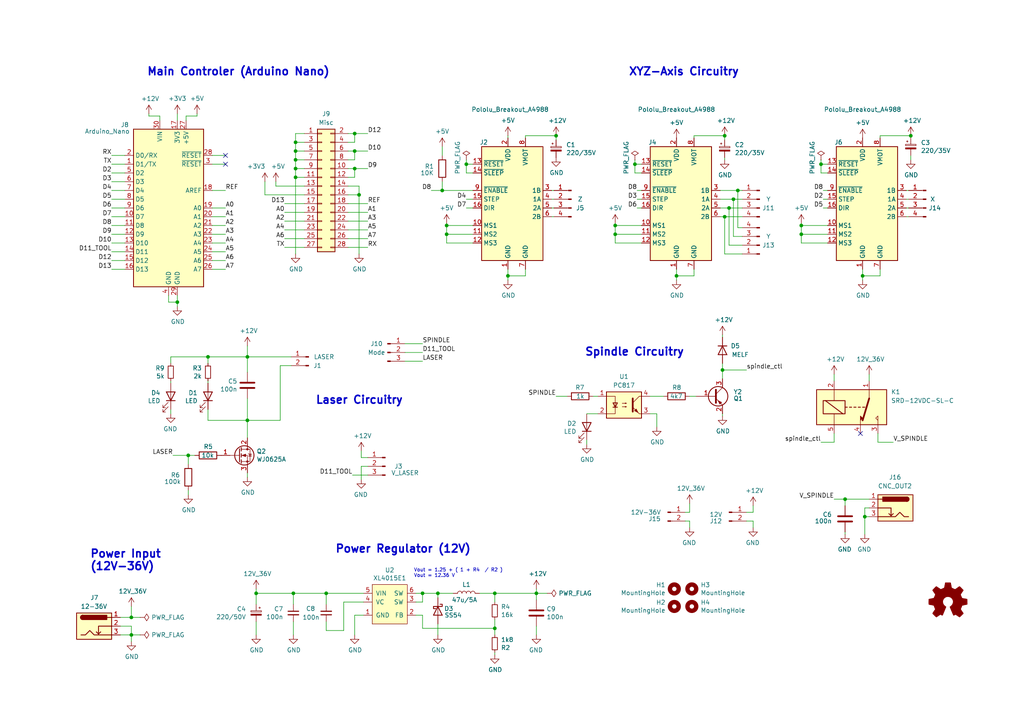
<source format=kicad_sch>
(kicad_sch (version 20230121) (generator eeschema)
  (paper "A4")
  (title_block (title "Developower") (date "2019-12-23") (rev "2.0"))
  (junction (at 250.19 80.01))
  (junction (at 264.16 39.37))
  (junction (at 104.14 56.515))
  (junction (at 143.51 182.245))
  (junction (at 196.215 80.01))
  (junction (at 212.725 57.785))
  (junction (at 245.11 144.78))
  (junction (at 155.575 172.085))
  (junction (at 85.725 48.895))
  (junction (at 210.185 39.37))
  (junction (at 60.325 103.505))
  (junction (at 184.15 47.625))
  (junction (at 102.87 43.815))
  (junction (at 85.09 172.085))
  (junction (at 102.87 48.895))
  (junction (at 38.1 179.07))
  (junction (at 250.825 149.86))
  (junction (at 211.455 60.325))
  (junction (at 232.41 65.405))
  (junction (at 209.55 107.315))
  (junction (at 38.1 184.15))
  (junction (at 238.125 47.625))
  (junction (at 232.41 67.945))
  (junction (at 71.755 121.92))
  (junction (at 122.555 172.085))
  (junction (at 54.61 132.08))
  (junction (at 74.295 172.085))
  (junction (at 85.725 41.275))
  (junction (at 210.185 62.865))
  (junction (at 178.435 65.405))
  (junction (at 147.32 80.01))
  (junction (at 128.27 55.245))
  (junction (at 94.615 172.085))
  (junction (at 213.995 55.245))
  (junction (at 129.54 67.945))
  (junction (at 161.29 39.37))
  (junction (at 127 172.085))
  (junction (at 143.51 172.085))
  (junction (at 178.435 67.945))
  (junction (at 71.755 103.505))
  (junction (at 85.725 43.815))
  (junction (at 102.87 38.735))
  (junction (at 129.54 65.405))
  (junction (at 135.255 47.625))
  (junction (at 85.725 51.435))
  (junction (at 85.725 46.355))
  (junction (at 51.435 87.63))
  (no_connect (at 249.555 125.73))
  (no_connect (at 65.405 45.085))
  (no_connect (at 65.405 47.625))
  (wire (pts (xy 61.595 75.565) (xy 65.405 75.565)))
  (wire (pts (xy 61.595 78.105) (xy 65.405 78.105)))
  (wire (pts (xy 88.265 69.215) (xy 82.55 69.215)))
  (wire (pts (xy 210.185 62.865) (xy 210.185 73.66)))
  (wire (pts (xy 94.615 182.88) (xy 99.695 182.88)))
  (wire (pts (xy 61.595 47.625) (xy 65.405 47.625)))
  (wire (pts (xy 71.755 121.92) (xy 81.28 121.92)))
  (wire (pts (xy 122.555 182.245) (xy 143.51 182.245)))
  (wire (pts (xy 102.87 178.435) (xy 102.87 184.15)))
  (wire (pts (xy 173.355 120.015) (xy 170.18 120.015)))
  (wire (pts (xy 74.295 172.085) (xy 85.09 172.085)))
  (wire (pts (xy 201.295 40.005) (xy 201.295 39.37)))
  (wire (pts (xy 127 173.355) (xy 127 172.085)))
  (wire (pts (xy 128.27 42.545) (xy 128.27 45.085)))
  (wire (pts (xy 262.89 60.325) (xy 263.525 60.325)))
  (wire (pts (xy 255.27 39.37) (xy 255.27 40.005)))
  (wire (pts (xy 254.635 128.27) (xy 254.635 125.73)))
  (wire (pts (xy 76.835 52.705) (xy 76.835 56.515)))
  (wire (pts (xy 155.575 173.99) (xy 155.575 172.085)))
  (wire (pts (xy 209.55 97.155) (xy 209.55 97.79)))
  (wire (pts (xy 32.385 62.865) (xy 36.195 62.865)))
  (wire (pts (xy 238.76 55.245) (xy 240.03 55.245)))
  (wire (pts (xy 184.15 47.625) (xy 186.055 47.625)))
  (wire (pts (xy 117.475 104.775) (xy 122.555 104.775)))
  (wire (pts (xy 196.215 80.01) (xy 196.215 81.28)))
  (wire (pts (xy 209.55 107.315) (xy 216.535 107.315)))
  (wire (pts (xy 232.41 67.945) (xy 232.41 70.485)))
  (wire (pts (xy 264.16 46.355) (xy 264.16 45.085)))
  (wire (pts (xy 106.68 135.255) (xy 104.775 135.255)))
  (wire (pts (xy 209.55 105.41) (xy 209.55 107.315)))
  (wire (pts (xy 155.575 170.815) (xy 155.575 172.085)))
  (wire (pts (xy 135.255 57.785) (xy 137.16 57.785)))
  (wire (pts (xy 104.775 132.715) (xy 106.68 132.715)))
  (wire (pts (xy 196.215 78.105) (xy 196.215 80.01)))
  (wire (pts (xy 100.965 51.435) (xy 102.87 51.435)))
  (wire (pts (xy 60.325 103.505) (xy 71.755 103.505)))
  (wire (pts (xy 61.595 73.025) (xy 65.405 73.025)))
  (wire (pts (xy 71.755 127) (xy 71.755 121.92)))
  (wire (pts (xy 48.895 87.63) (xy 51.435 87.63)))
  (wire (pts (xy 160.02 60.325) (xy 160.655 60.325)))
  (wire (pts (xy 49.53 118.745) (xy 49.53 120.015)))
  (wire (pts (xy 245.11 144.78) (xy 245.11 146.685)))
  (wire (pts (xy 137.16 65.405) (xy 129.54 65.405)))
  (wire (pts (xy 186.055 67.945) (xy 178.435 67.945)))
  (wire (pts (xy 100.965 46.355) (xy 102.87 46.355)))
  (wire (pts (xy 255.27 39.37) (xy 264.16 39.37)))
  (wire (pts (xy 201.295 39.37) (xy 210.185 39.37)))
  (wire (pts (xy 85.725 46.355) (xy 85.725 43.815)))
  (wire (pts (xy 74.295 170.815) (xy 74.295 172.085)))
  (wire (pts (xy 250.825 149.86) (xy 250.825 154.94)))
  (wire (pts (xy 143.51 189.865) (xy 143.51 189.23)))
  (wire (pts (xy 49.53 103.505) (xy 60.325 103.505)))
  (wire (pts (xy 99.695 182.88) (xy 99.695 174.625)))
  (wire (pts (xy 137.16 67.945) (xy 129.54 67.945)))
  (wire (pts (xy 241.935 128.27) (xy 238.125 128.27)))
  (wire (pts (xy 255.27 78.105) (xy 255.27 80.01)))
  (wire (pts (xy 262.89 57.785) (xy 263.525 57.785)))
  (wire (pts (xy 88.265 51.435) (xy 85.725 51.435)))
  (wire (pts (xy 34.925 184.15) (xy 38.1 184.15)))
  (wire (pts (xy 161.29 39.37) (xy 152.4 39.37)))
  (wire (pts (xy 125.095 55.245) (xy 128.27 55.245)))
  (wire (pts (xy 38.1 175.895) (xy 38.1 179.07)))
  (wire (pts (xy 120.65 172.085) (xy 122.555 172.085)))
  (wire (pts (xy 32.385 47.625) (xy 36.195 47.625)))
  (wire (pts (xy 76.835 56.515) (xy 88.265 56.515)))
  (wire (pts (xy 57.15 33.655) (xy 53.975 33.655)))
  (wire (pts (xy 184.785 60.325) (xy 186.055 60.325)))
  (wire (pts (xy 88.265 53.975) (xy 80.01 53.975)))
  (wire (pts (xy 122.555 174.625) (xy 120.65 174.625)))
  (wire (pts (xy 218.44 148.59) (xy 218.44 146.685)))
  (wire (pts (xy 48.895 85.725) (xy 48.895 87.63)))
  (wire (pts (xy 32.385 73.025) (xy 36.195 73.025)))
  (wire (pts (xy 32.385 67.945) (xy 36.195 67.945)))
  (wire (pts (xy 160.02 57.785) (xy 160.655 57.785)))
  (wire (pts (xy 264.16 40.005) (xy 264.16 39.37)))
  (wire (pts (xy 102.87 43.815) (xy 106.68 43.815)))
  (wire (pts (xy 61.595 67.945) (xy 65.405 67.945)))
  (wire (pts (xy 104.14 56.515) (xy 104.14 73.66)))
  (wire (pts (xy 160.02 55.245) (xy 160.655 55.245)))
  (wire (pts (xy 32.385 75.565) (xy 36.195 75.565)))
  (wire (pts (xy 201.295 80.01) (xy 196.215 80.01)))
  (wire (pts (xy 178.435 65.405) (xy 178.435 67.945)))
  (wire (pts (xy 88.265 41.275) (xy 85.725 41.275)))
  (wire (pts (xy 104.14 53.975) (xy 104.14 56.515)))
  (wire (pts (xy 209.55 120.015) (xy 209.55 120.65)))
  (wire (pts (xy 186.055 65.405) (xy 178.435 65.405)))
  (wire (pts (xy 201.295 78.105) (xy 201.295 80.01)))
  (wire (pts (xy 117.475 102.235) (xy 122.555 102.235)))
  (wire (pts (xy 208.915 60.325) (xy 211.455 60.325)))
  (wire (pts (xy 210.185 40.64) (xy 210.185 39.37)))
  (wire (pts (xy 198.755 148.59) (xy 200.025 148.59)))
  (wire (pts (xy 200.025 146.05) (xy 200.025 148.59)))
  (wire (pts (xy 188.595 114.935) (xy 192.405 114.935)))
  (wire (pts (xy 61.595 65.405) (xy 65.405 65.405)))
  (wire (pts (xy 161.29 114.935) (xy 164.465 114.935)))
  (wire (pts (xy 178.435 67.945) (xy 178.435 70.485)))
  (wire (pts (xy 60.325 111.125) (xy 60.325 110.49)))
  (wire (pts (xy 51.435 33.02) (xy 51.435 34.925)))
  (wire (pts (xy 254.635 128.27) (xy 259.08 128.27)))
  (wire (pts (xy 88.265 46.355) (xy 85.725 46.355)))
  (wire (pts (xy 71.755 137.16) (xy 71.755 138.43)))
  (wire (pts (xy 34.925 179.07) (xy 38.1 179.07)))
  (wire (pts (xy 188.595 120.015) (xy 190.5 120.015)))
  (wire (pts (xy 152.4 78.105) (xy 152.4 80.01)))
  (wire (pts (xy 43.18 33.02) (xy 43.18 33.655)))
  (wire (pts (xy 135.255 46.355) (xy 135.255 47.625)))
  (wire (pts (xy 250.19 80.01) (xy 250.19 81.28)))
  (wire (pts (xy 85.09 180.34) (xy 85.09 184.15)))
  (wire (pts (xy 211.455 60.325) (xy 211.455 71.12)))
  (wire (pts (xy 82.55 71.755) (xy 88.265 71.755)))
  (wire (pts (xy 241.935 108.585) (xy 241.935 110.49)))
  (wire (pts (xy 155.575 184.15) (xy 155.575 181.61)))
  (wire (pts (xy 184.15 46.355) (xy 184.15 47.625)))
  (wire (pts (xy 139.065 172.085) (xy 143.51 172.085)))
  (wire (pts (xy 71.755 121.92) (xy 71.755 115.57)))
  (wire (pts (xy 238.125 47.625) (xy 240.03 47.625)))
  (wire (pts (xy 85.09 175.26) (xy 85.09 172.085)))
  (wire (pts (xy 211.455 71.12) (xy 215.265 71.12)))
  (wire (pts (xy 100.965 59.055) (xy 106.68 59.055)))
  (wire (pts (xy 82.55 61.595) (xy 88.265 61.595)))
  (wire (pts (xy 135.255 60.325) (xy 137.16 60.325)))
  (wire (pts (xy 82.55 66.675) (xy 88.265 66.675)))
  (wire (pts (xy 100.965 43.815) (xy 102.87 43.815)))
  (wire (pts (xy 122.555 172.085) (xy 127 172.085)))
  (wire (pts (xy 135.255 50.165) (xy 135.255 47.625)))
  (wire (pts (xy 102.87 48.895) (xy 106.68 48.895)))
  (wire (pts (xy 143.51 182.245) (xy 143.51 184.15)))
  (wire (pts (xy 211.455 60.325) (xy 215.265 60.325)))
  (wire (pts (xy 60.325 103.505) (xy 60.325 105.41)))
  (wire (pts (xy 178.435 64.77) (xy 178.435 65.405)))
  (wire (pts (xy 71.755 103.505) (xy 84.455 103.505)))
  (wire (pts (xy 85.09 172.085) (xy 94.615 172.085)))
  (wire (pts (xy 54.61 132.08) (xy 56.515 132.08)))
  (wire (pts (xy 238.125 46.355) (xy 238.125 47.625)))
  (wire (pts (xy 152.4 39.37) (xy 152.4 40.005)))
  (wire (pts (xy 54.61 132.08) (xy 50.165 132.08)))
  (wire (pts (xy 81.28 121.92) (xy 81.28 106.045)))
  (wire (pts (xy 74.295 172.085) (xy 74.295 175.26)))
  (wire (pts (xy 245.11 144.78) (xy 252.095 144.78)))
  (wire (pts (xy 147.32 80.01) (xy 147.32 81.28)))
  (wire (pts (xy 53.975 33.655) (xy 53.975 34.925)))
  (wire (pts (xy 102.87 38.735) (xy 106.68 38.735)))
  (wire (pts (xy 32.385 45.085) (xy 36.195 45.085)))
  (wire (pts (xy 32.385 78.105) (xy 36.195 78.105)))
  (wire (pts (xy 54.61 142.24) (xy 54.61 143.51)))
  (wire (pts (xy 232.41 64.77) (xy 232.41 65.405)))
  (wire (pts (xy 250.825 147.32) (xy 250.825 149.86)))
  (wire (pts (xy 161.29 40.64) (xy 161.29 39.37)))
  (wire (pts (xy 88.265 48.895) (xy 85.725 48.895)))
  (wire (pts (xy 49.53 111.125) (xy 49.53 110.49)))
  (wire (pts (xy 240.03 70.485) (xy 232.41 70.485)))
  (wire (pts (xy 100.965 64.135) (xy 106.68 64.135)))
  (wire (pts (xy 94.615 180.34) (xy 94.615 182.88)))
  (wire (pts (xy 198.755 151.13) (xy 200.025 151.13)))
  (wire (pts (xy 38.1 184.15) (xy 38.1 186.055)))
  (wire (pts (xy 32.385 52.705) (xy 36.195 52.705)))
  (wire (pts (xy 74.295 180.34) (xy 74.295 184.15)))
  (wire (pts (xy 210.185 62.865) (xy 215.265 62.865)))
  (wire (pts (xy 32.385 60.325) (xy 36.195 60.325)))
  (wire (pts (xy 252.095 149.86) (xy 250.825 149.86)))
  (wire (pts (xy 212.725 57.785) (xy 212.725 68.58)))
  (wire (pts (xy 137.16 50.165) (xy 135.255 50.165)))
  (wire (pts (xy 186.055 70.485) (xy 178.435 70.485)))
  (wire (pts (xy 88.265 43.815) (xy 85.725 43.815)))
  (wire (pts (xy 60.325 118.745) (xy 60.325 121.92)))
  (wire (pts (xy 34.925 181.61) (xy 38.1 181.61)))
  (wire (pts (xy 240.03 67.945) (xy 232.41 67.945)))
  (wire (pts (xy 129.54 65.405) (xy 129.54 67.945)))
  (wire (pts (xy 100.965 41.275) (xy 102.87 41.275)))
  (wire (pts (xy 143.51 172.085) (xy 143.51 174.625)))
  (wire (pts (xy 158.75 172.085) (xy 155.575 172.085)))
  (wire (pts (xy 32.385 50.165) (xy 36.195 50.165)))
  (wire (pts (xy 252.095 108.585) (xy 252.095 110.49)))
  (wire (pts (xy 100.965 38.735) (xy 102.87 38.735)))
  (wire (pts (xy 170.18 127.635) (xy 170.18 128.905)))
  (wire (pts (xy 129.54 67.945) (xy 129.54 70.485)))
  (wire (pts (xy 128.27 52.705) (xy 128.27 55.245)))
  (wire (pts (xy 190.5 120.015) (xy 190.5 123.825)))
  (wire (pts (xy 94.615 175.26) (xy 94.615 172.085)))
  (wire (pts (xy 218.44 151.13) (xy 218.44 153.035)))
  (wire (pts (xy 61.595 60.325) (xy 65.405 60.325)))
  (wire (pts (xy 104.775 130.81) (xy 104.775 132.715)))
  (wire (pts (xy 46.355 34.925) (xy 46.355 33.655)))
  (wire (pts (xy 100.965 61.595) (xy 106.68 61.595)))
  (wire (pts (xy 51.435 87.63) (xy 51.435 85.725)))
  (wire (pts (xy 81.28 106.045) (xy 84.455 106.045)))
  (wire (pts (xy 32.385 57.785) (xy 36.195 57.785)))
  (wire (pts (xy 104.775 135.255) (xy 104.775 139.065)))
  (wire (pts (xy 32.385 70.485) (xy 36.195 70.485)))
  (wire (pts (xy 213.995 66.04) (xy 213.995 55.245)))
  (wire (pts (xy 208.915 62.865) (xy 210.185 62.865)))
  (wire (pts (xy 100.965 66.675) (xy 106.68 66.675)))
  (wire (pts (xy 61.595 70.485) (xy 65.405 70.485)))
  (wire (pts (xy 100.965 48.895) (xy 102.87 48.895)))
  (wire (pts (xy 61.595 55.245) (xy 65.405 55.245)))
  (wire (pts (xy 100.965 53.975) (xy 104.14 53.975)))
  (wire (pts (xy 71.755 121.92) (xy 60.325 121.92)))
  (wire (pts (xy 200.025 151.13) (xy 200.025 153.035)))
  (wire (pts (xy 184.785 55.245) (xy 186.055 55.245)))
  (wire (pts (xy 120.65 178.435) (xy 122.555 178.435)))
  (wire (pts (xy 238.76 57.785) (xy 240.03 57.785)))
  (wire (pts (xy 245.11 154.305) (xy 245.11 154.94)))
  (wire (pts (xy 80.01 53.975) (xy 80.01 52.705)))
  (wire (pts (xy 160.02 62.865) (xy 160.655 62.865)))
  (wire (pts (xy 57.15 33.02) (xy 57.15 33.655)))
  (wire (pts (xy 147.32 39.37) (xy 147.32 40.005)))
  (wire (pts (xy 209.55 107.315) (xy 209.55 109.855)))
  (wire (pts (xy 51.435 87.63) (xy 51.435 88.9)))
  (wire (pts (xy 232.41 65.405) (xy 232.41 67.945)))
  (wire (pts (xy 102.235 137.795) (xy 106.68 137.795)))
  (wire (pts (xy 208.915 55.245) (xy 213.995 55.245)))
  (wire (pts (xy 49.53 105.41) (xy 49.53 103.505)))
  (wire (pts (xy 240.03 65.405) (xy 232.41 65.405)))
  (wire (pts (xy 252.095 147.32) (xy 250.825 147.32)))
  (wire (pts (xy 61.595 45.085) (xy 65.405 45.085)))
  (wire (pts (xy 32.385 55.245) (xy 36.195 55.245)))
  (wire (pts (xy 100.965 56.515) (xy 104.14 56.515)))
  (wire (pts (xy 135.255 47.625) (xy 137.16 47.625)))
  (wire (pts (xy 38.1 184.15) (xy 40.64 184.15)))
  (wire (pts (xy 122.555 172.085) (xy 122.555 174.625)))
  (wire (pts (xy 85.725 43.815) (xy 85.725 41.275)))
  (wire (pts (xy 32.385 65.405) (xy 36.195 65.405)))
  (wire (pts (xy 201.93 114.935) (xy 200.025 114.935)))
  (wire (pts (xy 106.68 71.755) (xy 100.965 71.755)))
  (wire (pts (xy 238.76 60.325) (xy 240.03 60.325)))
  (wire (pts (xy 186.055 50.165) (xy 184.15 50.165)))
  (wire (pts (xy 100.965 69.215) (xy 106.68 69.215)))
  (wire (pts (xy 262.89 55.245) (xy 263.525 55.245)))
  (wire (pts (xy 85.725 73.66) (xy 85.725 51.435)))
  (wire (pts (xy 102.87 48.895) (xy 102.87 51.435)))
  (wire (pts (xy 241.935 125.73) (xy 241.935 128.27)))
  (wire (pts (xy 152.4 80.01) (xy 147.32 80.01)))
  (wire (pts (xy 245.11 144.78) (xy 241.935 144.78)))
  (wire (pts (xy 184.15 50.165) (xy 184.15 47.625)))
  (wire (pts (xy 38.1 181.61) (xy 38.1 184.15)))
  (wire (pts (xy 210.185 46.355) (xy 210.185 45.72)))
  (wire (pts (xy 71.755 100.33) (xy 71.755 103.505)))
  (wire (pts (xy 212.725 68.58) (xy 215.265 68.58)))
  (wire (pts (xy 184.785 57.785) (xy 186.055 57.785)))
  (wire (pts (xy 208.915 57.785) (xy 212.725 57.785)))
  (wire (pts (xy 213.995 55.245) (xy 215.265 55.245)))
  (wire (pts (xy 216.535 151.13) (xy 218.44 151.13)))
  (wire (pts (xy 46.355 33.655) (xy 43.18 33.655)))
  (wire (pts (xy 71.755 107.95) (xy 71.755 103.505)))
  (wire (pts (xy 102.87 46.355) (xy 102.87 43.815)))
  (wire (pts (xy 99.695 174.625) (xy 105.41 174.625)))
  (wire (pts (xy 147.32 78.105) (xy 147.32 80.01)))
  (wire (pts (xy 85.725 51.435) (xy 85.725 48.895)))
  (wire (pts (xy 212.725 57.785) (xy 215.265 57.785)))
  (wire (pts (xy 210.185 73.66) (xy 215.265 73.66)))
  (wire (pts (xy 61.595 62.865) (xy 65.405 62.865)))
  (wire (pts (xy 238.125 50.165) (xy 238.125 47.625)))
  (wire (pts (xy 262.89 62.865) (xy 263.525 62.865)))
  (wire (pts (xy 215.265 66.04) (xy 213.995 66.04)))
  (wire (pts (xy 127 172.085) (xy 131.445 172.085)))
  (wire (pts (xy 88.265 38.735) (xy 85.725 38.735)))
  (wire (pts (xy 85.725 48.895) (xy 85.725 46.355)))
  (wire (pts (xy 88.265 59.055) (xy 82.55 59.055)))
  (wire (pts (xy 129.54 64.77) (xy 129.54 65.405)))
  (wire (pts (xy 102.87 38.735) (xy 102.87 41.275)))
  (wire (pts (xy 88.265 64.135) (xy 82.55 64.135)))
  (wire (pts (xy 40.64 179.07) (xy 38.1 179.07)))
  (wire (pts (xy 94.615 172.085) (xy 105.41 172.085)))
  (wire (pts (xy 128.27 55.245) (xy 137.16 55.245)))
  (wire (pts (xy 137.16 70.485) (xy 129.54 70.485)))
  (wire (pts (xy 240.03 50.165) (xy 238.125 50.165)))
  (wire (pts (xy 143.51 172.085) (xy 155.575 172.085)))
  (wire (pts (xy 122.555 178.435) (xy 122.555 182.245)))
  (wire (pts (xy 54.61 134.62) (xy 54.61 132.08)))
  (wire (pts (xy 250.19 78.105) (xy 250.19 80.01)))
  (wire (pts (xy 127 180.975) (xy 127 184.15)))
  (wire (pts (xy 117.475 99.695) (xy 122.555 99.695)))
  (wire (pts (xy 105.41 178.435) (xy 102.87 178.435)))
  (wire (pts (xy 172.085 114.935) (xy 173.355 114.935)))
  (wire (pts (xy 85.725 41.275) (xy 85.725 38.735)))
  (wire (pts (xy 143.51 179.705) (xy 143.51 182.245)))
  (wire (pts (xy 255.27 80.01) (xy 250.19 80.01)))
  (wire (pts (xy 216.535 148.59) (xy 218.44 148.59)))
  (text "Laser Circuitry" (at 91.44 117.475 0) (effects (font (size 2.2606 2.2606) (thickness 0.4521) bold) (justify left bottom)))
  (text "XYZ-Axis Circuitry" (at 182.245 22.225 0) (effects (font (size 2.2606 2.2606) (thickness 0.4521) bold) (justify left bottom)))
  (text "Vout = 1.25 + ( 1 + R4  / R2 ) \nVout = 12.36 V" (at 120.015 167.64 0) (effects (font (size 0.9906 0.9906)) (justify left bottom)))
  (text "Power Regulator (12V)" (at 97.155 160.655 0) (effects (font (size 2.2606 2.2606) (thickness 0.4521) bold) (justify left bottom)))
  (text "Power Input\n(12V-36V)" (at 26.035 165.735 0) (effects (font (size 2.2606 2.2606) (thickness 0.4521) bold) (justify left bottom)))
  (text "Spindle Circuitry" (at 169.545 103.505 0) (effects (font (size 2.2606 2.2606) (thickness 0.4521) bold) (justify left bottom)))
  (text "Main Controler (Arduino Nano)" (at 42.545 22.225 0) (effects (font (size 2.2606 2.2606) (thickness 0.4521) bold) (justify left bottom)))
  (label "LASER" (at 50.165 132.08 180))
  (label "D3" (at 32.385 52.705 180))
  (label "RX" (at 106.68 71.755 0))
  (label "D12" (at 106.68 38.735 0))
  (label "A4" (at 82.55 66.675 180))
  (label "D10" (at 106.68 43.815 0))
  (label "spindle_ctl" (at 238.125 128.27 180))
  (label "V_SPINDLE" (at 259.08 128.27 0))
  (label "D6" (at 32.385 60.325 180))
  (label "D9" (at 106.68 48.895 0))
  (label "A0" (at 82.55 61.595 180))
  (label "D6" (at 184.785 60.325 180))
  (label "A7" (at 65.405 78.105 0))
  (label "D11_TOOL" (at 32.385 73.025 180))
  (label "A3" (at 65.405 67.945 0))
  (label "D2" (at 238.76 57.785 180))
  (label "D7" (at 135.255 60.325 180))
  (label "A7" (at 106.68 69.215 0))
  (label "D11_TOOL" (at 122.555 102.235 0))
  (label "D5" (at 238.76 60.325 180))
  (label "REF" (at 106.68 59.055 0))
  (label "LASER" (at 122.555 104.775 0))
  (label "V_SPINDLE" (at 241.935 144.78 180))
  (label "A1" (at 106.68 61.595 0))
  (label "SPINDLE" (at 161.29 114.935 180))
  (label "D8" (at 238.76 55.245 180))
  (label "D9" (at 32.385 67.945 180))
  (label "D4" (at 32.385 55.245 180))
  (label "D2" (at 32.385 50.165 180))
  (label "spindle_ctl" (at 216.535 107.315 0))
  (label "A6" (at 82.55 69.215 180))
  (label "REF" (at 65.405 55.245 0))
  (label "A4" (at 65.405 70.485 0))
  (label "A0" (at 65.405 60.325 0))
  (label "A5" (at 106.68 66.675 0))
  (label "D13" (at 82.55 59.055 180))
  (label "D7" (at 32.385 62.865 180))
  (label "D4" (at 135.255 57.785 180))
  (label "A5" (at 65.405 73.025 0))
  (label "D12" (at 32.385 75.565 180))
  (label "D11_TOOL" (at 102.235 137.795 180))
  (label "D13" (at 32.385 78.105 180))
  (label "D3" (at 184.785 57.785 180))
  (label "A2" (at 65.405 65.405 0))
  (label "A3" (at 106.68 64.135 0))
  (label "SPINDLE" (at 122.555 99.695 0))
  (label "D8" (at 125.095 55.245 180))
  (label "D8" (at 32.385 65.405 180))
  (label "D8" (at 184.785 55.245 180))
  (label "A1" (at 65.405 62.865 0))
  (label "D10" (at 32.385 70.485 180))
  (label "TX" (at 82.55 71.755 180))
  (label "TX" (at 32.385 47.625 180))
  (label "A2" (at 82.55 64.135 180))
  (label "A6" (at 65.405 75.565 0))
  (label "D5" (at 32.385 57.785 180))
  (label "RX" (at 32.385 45.085 180))
  (symbol (lib_id "MCU_Module:Arduino_Nano_v3.x") (at 48.895 60.325 0) (unit 1)
    (property "Reference" "J8" (at 36.195 36.195 0))
    (property "Value" "Arduino_Nano" (at 31.115 38.1 0))
    (property "Footprint" "Developower:Arduino_Nano" (effects hide))
    (property "Datasheet" "http://www.mouser.com/pdfdocs/Gravitech_Arduino_Nano3_0.pdf" (effects hide))
  )
  (symbol (lib_id "power:+5V") (at 80.01 52.705 0) (unit 1)
    (property "Reference" "#PWR0101" (effects hide))
    (property "Value" "+5V" (at 80.645 48.26 0))
  )
  (symbol (lib_id "Connector:Conn_01x02_Male") (at 89.535 103.505 0) (mirror y) (unit 1)
    (property "Reference" "J1" (at 92.075 106.045 0))
    (property "Value" "LASER" (at 93.98 103.505 0))
    (property "Footprint" "Developower:JST_S2B-XH-A(LF)(SN)" (effects hide))
  )
  (symbol (lib_id "Connector:Conn_01x02_Male") (at 193.675 148.59 0) (unit 1)
    (property "Reference" "J15" (at 189.865 150.495 0))
    (property "Value" "12V-36V" (at 187.325 148.59 0))
    (property "Footprint" "Developower:JST_S2B-XH-A(LF)(SN)" (effects hide))
  )
  (symbol (lib_id "Driver_Motor:Pololu_Breakout_A4988") (at 147.32 57.785 0) (unit 1)
    (property "Reference" "J2" (at 140.335 41.275 0))
    (property "Value" "Pololu_Breakout_A4988" (at 147.955 31.75 0))
    (property "Footprint" "Developower:Pololu_Breakout-16_15.2x20.3mm" (effects hide))
    (property "Datasheet" "https://www.pololu.com/product/2980/pictures" (effects hide))
  )
  (symbol (lib_id "power:+3.3V") (at 76.835 52.705 0) (unit 1)
    (property "Reference" "#PWR0102" (effects hide))
    (property "Value" "+3.3V" (at 74.295 48.26 0))
  )
  (symbol (lib_id "Driver_Motor:Pololu_Breakout_A4988") (at 196.215 57.785 0) (unit 1)
    (property "Reference" "J4" (at 189.23 41.275 0))
    (property "Value" "Pololu_Breakout_A4988" (at 196.215 31.75 0))
    (property "Footprint" "Developower:Pololu_Breakout-16_15.2x20.3mm" (effects hide))
    (property "Datasheet" "https://www.pololu.com/product/2980/pictures" (effects hide))
  )
  (symbol (lib_id "Driver_Motor:Pololu_Breakout_A4988") (at 250.19 57.785 0) (unit 1)
    (property "Reference" "J6" (at 243.205 41.275 0))
    (property "Value" "Pololu_Breakout_A4988" (at 250.19 31.75 0))
    (property "Footprint" "Developower:Pololu_Breakout-16_15.2x20.3mm" (effects hide))
    (property "Datasheet" "https://www.pololu.com/product/2980/pictures" (effects hide))
  )
  (symbol (lib_id "Connector:Conn_01x02_Male") (at 211.455 148.59 0) (unit 1)
    (property "Reference" "J12" (at 207.645 151.13 0))
    (property "Value" "12V" (at 207.645 149.225 0))
    (property "Footprint" "Developower:JST_S2B-XH-A(LF)(SN)" (effects hide))
  )
  (symbol (lib_id "Connector:Conn_01x04_Male") (at 165.735 57.785 0) (mirror y) (unit 1)
    (property "Reference" "J5" (at 168.275 60.325 0))
    (property "Value" "Z" (at 168.275 57.785 0))
    (property "Footprint" "Developower:JST_S4B-XH-A(LF)(SN)" (effects hide))
  )
  (symbol (lib_id "Connector:Conn_01x04_Male") (at 220.345 57.785 0) (mirror y) (unit 1)
    (property "Reference" "J11" (at 222.885 60.325 0))
    (property "Value" "Y" (at 222.885 57.785 0))
    (property "Footprint" "Developower:JST_S4B-XH-A(LF)(SN)" (effects hide))
  )
  (symbol (lib_id "Connector:Conn_01x04_Male") (at 220.345 71.12 180) (unit 1)
    (property "Reference" "J13" (at 222.885 71.12 0))
    (property "Value" "Y" (at 222.885 68.58 0))
    (property "Footprint" "Developower:JST_S4B-XH-A(LF)(SN)" (effects hide))
  )
  (symbol (lib_id "Connector:Conn_01x04_Male") (at 268.605 57.785 0) (mirror y) (unit 1)
    (property "Reference" "J14" (at 271.145 60.325 0))
    (property "Value" "X" (at 270.51 57.785 0))
    (property "Footprint" "Developower:JST_S4B-XH-A(LF)(SN)" (effects hide))
  )
  (symbol (lib_id "Connector:Conn_01x03_Male") (at 111.76 135.255 0) (mirror y) (unit 1)
    (property "Reference" "J3" (at 115.57 135.255 0))
    (property "Value" "V_LASER" (at 117.475 137.16 0))
    (property "Footprint" "Developower:JST_S3B-XH-A(LF)(SN)" (effects hide))
  )
  (symbol (lib_id "Connector:Barrel_Jack_Switch_Pin3Ring") (at 27.305 181.61 0) (unit 1)
    (property "Reference" "J7" (at 28.575 173.355 0) (effects (justify right)))
    (property "Value" "12-36V" (at 31.115 175.895 0) (effects (justify right)))
    (property "Footprint" "Developower:BarrelJack_Horizontal" (effects hide))
  )
  (symbol (lib_id "Connector:Barrel_Jack_Switch_Pin3Ring") (at 259.715 147.32 0) (mirror y) (unit 1)
    (property "Reference" "J16" (at 257.81 138.43 0) (effects (justify right)))
    (property "Value" "CNC_OUT2" (at 254.635 140.97 0) (effects (justify right)))
    (property "Footprint" "Developower:BarrelJack_Horizontal" (effects hide))
  )
  (symbol (lib_id "Connector_Generic:Conn_02x14_Odd_Even") (at 93.345 53.975 0) (unit 1)
    (property "Reference" "J9" (at 94.615 33.02 0))
    (property "Value" "Misc" (at 94.615 35.56 0))
    (property "Footprint" "Connector_PinHeader_2.54mm:PinHeader_2x14_P2.54mm_Vertical" (effects hide))
  )
  (symbol (lib_id "Mechanical:MountingHole") (at 195.58 175.895 0) (mirror y) (unit 1)
    (property "Reference" "H2" (at 193.04 174.7266 0) (effects (justify left)))
    (property "Value" "MountingHole" (at 193.04 177.038 0) (effects (justify left)))
    (property "Footprint" "MountingHole:MountingHole_3.2mm_M3" (effects hide))
  )
  (symbol (lib_id "Mechanical:MountingHole") (at 200.66 170.815 0) (unit 1)
    (property "Reference" "H3" (at 203.2 169.6466 0) (effects (justify left)))
    (property "Value" "MountingHole" (at 203.2 171.958 0) (effects (justify left)))
    (property "Footprint" "MountingHole:MountingHole_3.2mm_M3" (effects hide))
  )
  (symbol (lib_id "Mechanical:MountingHole") (at 195.58 170.815 0) (mirror y) (unit 1)
    (property "Reference" "H1" (at 193.04 169.6466 0) (effects (justify left)))
    (property "Value" "MountingHole" (at 193.04 171.958 0) (effects (justify left)))
    (property "Footprint" "MountingHole:MountingHole_3.2mm_M3" (effects hide))
  )
  (symbol (lib_id "Mechanical:MountingHole") (at 200.66 175.895 0) (unit 1)
    (property "Reference" "H4" (at 203.2 174.7266 0) (effects (justify left)))
    (property "Value" "MountingHole" (at 203.2 177.038 0) (effects (justify left)))
    (property "Footprint" "MountingHole:MountingHole_3.2mm_M3" (effects hide))
  )
  (symbol (lib_id "power:GND") (at 51.435 88.9 0) (unit 1)
    (property "Reference" "#PWR0103" (effects hide))
    (property "Value" "GND" (at 51.562 93.2942 0))
  )
  (symbol (lib_id "Relay:SANYOU_SRD_Form_C") (at 247.015 118.11 0) (mirror x) (unit 1)
    (property "Reference" "K1" (at 258.445 113.665 0) (effects (justify left)))
    (property "Value" "SRD-12VDC-SL-C" (at 258.445 116.205 0) (effects (justify left)))
    (property "Footprint" "Developower:Relay_SPDT_SANYOU_SRD_Series_Form_C" (effects hide))
    (property "Datasheet" "http://www.sanyourelay.ca/public/products/pdf/SRD.pdf" (effects hide))
  )
  (symbol (lib_id "Device:C_Polarized_Small") (at 161.29 43.18 0) (unit 1)
    (property "Reference" "C1" (at 164.211 42.0116 0) (effects (justify left)))
    (property "Value" "220/35V" (at 164.211 44.323 0) (effects (justify left)))
    (property "Footprint" "Capacitor_SMD:CP_Elec_8x10" (effects hide))
  )
  (symbol (lib_id "Device:C_Polarized_Small") (at 210.185 43.18 0) (unit 1)
    (property "Reference" "C2" (at 213.106 42.0116 0) (effects (justify left)))
    (property "Value" "220/35V" (at 213.106 44.323 0) (effects (justify left)))
    (property "Footprint" "Capacitor_SMD:CP_Elec_8x10" (effects hide))
  )
  (symbol (lib_id "Device:C_Polarized_Small") (at 264.16 42.545 0) (unit 1)
    (property "Reference" "C3" (at 267.081 41.3766 0) (effects (justify left)))
    (property "Value" "220/35V" (at 267.081 43.688 0) (effects (justify left)))
    (property "Footprint" "Capacitor_SMD:CP_Elec_8x10" (effects hide))
  )
  (symbol (lib_id "Device:C_Polarized_Small") (at 74.295 177.8 0) (mirror y) (unit 1)
    (property "Reference" "C4" (at 71.374 176.6316 0) (effects (justify left)))
    (property "Value" "220/50V" (at 71.374 178.943 0) (effects (justify left)))
    (property "Footprint" "Capacitor_SMD:CP_Elec_10x10.5" (effects hide))
  )
  (symbol (lib_id "power:+5V") (at 57.15 33.02 0) (unit 1)
    (property "Reference" "#PWR0104" (effects hide))
    (property "Value" "+5V" (at 57.15 28.575 0))
  )
  (symbol (lib_id "power:+3.3V") (at 51.435 33.02 0) (unit 1)
    (property "Reference" "#PWR0105" (effects hide))
    (property "Value" "+3.3V" (at 51.435 28.575 0))
  )
  (symbol (lib_id "Connector:Conn_01x03_Male") (at 112.395 102.235 0) (unit 1)
    (property "Reference" "J10" (at 109.22 99.695 0))
    (property "Value" "Mode" (at 109.22 102.235 0))
    (property "Footprint" "Connector_PinHeader_2.54mm:PinHeader_1x03_P2.54mm_Vertical" (effects hide))
  )
  (symbol (lib_id "Developower:XL4015E1") (at 113.03 169.545 0) (unit 1)
    (property "Reference" "U2" (at 113.03 165.354 0))
    (property "Value" "XL4015E1" (at 113.03 167.6654 0))
    (property "Footprint" "Package_TO_SOT_SMD:TO-263-5_TabPin6" (effects hide))
    (property "Datasheet" "https://datasheet.lcsc.com/lcsc/1811081616_XLSEMI-XL4015E1_C51661.pdf" (effects hide))
  )
  (symbol (lib_id "Graphic:Logo_Open_Hardware_Small") (at 274.955 174.625 0) (unit 1)
    (property "Reference" "T1" (effects hide))
    (property "Value" "Logo_Open_Hardware_Small" (effects hide))
    (property "Footprint" "Developower:chinese-text" (effects hide))
  )
  (symbol (lib_id "Device:D_Schottky") (at 127 177.165 270) (unit 1)
    (property "Reference" "D3" (at 130.175 176.53 90))
    (property "Value" "SS54" (at 131.445 178.435 90))
    (property "Footprint" "Diode_SMD:D_2512_6332Metric" (effects hide))
  )
  (symbol (lib_id "Device:C_Small") (at 85.09 177.8 0) (mirror y) (unit 1)
    (property "Reference" "C7" (at 82.169 176.6316 0) (effects (justify left)))
    (property "Value" "100n" (at 82.169 178.943 0) (effects (justify left)))
    (property "Footprint" "Capacitor_SMD:C_0805_2012Metric" (effects hide))
  )
  (symbol (lib_id "Device:C_Small") (at 94.615 177.8 180) (unit 1)
    (property "Reference" "C8" (at 91.44 176.53 0) (effects (justify left)))
    (property "Value" "100n" (at 92.71 179.07 0) (effects (justify left)))
    (property "Footprint" "Capacitor_SMD:C_0805_2012Metric" (effects hide))
  )
  (symbol (lib_id "Device:C") (at 155.575 177.8 0) (unit 1)
    (property "Reference" "C9" (at 158.496 176.6316 0) (effects (justify left)))
    (property "Value" "100n" (at 158.496 178.943 0) (effects (justify left)))
    (property "Footprint" "Capacitor_SMD:C_0805_2012Metric" (effects hide))
  )
  (symbol (lib_id "Device:C") (at 71.755 111.76 0) (mirror y) (unit 1)
    (property "Reference" "C5" (at 68.834 110.5916 0) (effects (justify left)))
    (property "Value" "100n" (at 68.834 112.903 0) (effects (justify left)))
    (property "Footprint" "Capacitor_SMD:C_1206_3216Metric" (effects hide))
  )
  (symbol (lib_id "Device:C") (at 245.11 150.495 180) (unit 1)
    (property "Reference" "C6" (at 241.3 149.225 0) (effects (justify left)))
    (property "Value" "100n" (at 241.3 151.13 0) (effects (justify left)))
    (property "Footprint" "Capacitor_SMD:C_1206_3216Metric" (effects hide))
  )
  (symbol (lib_id "Device:R") (at 168.275 114.935 90) (mirror x) (unit 1)
    (property "Reference" "R7" (at 169.545 112.395 90) (effects (justify left)))
    (property "Value" "1k" (at 169.545 114.935 90) (effects (justify left)))
    (property "Footprint" "Resistor_SMD:R_0805_2012Metric" (effects hide))
  )
  (symbol (lib_id "Device:R") (at 196.215 114.935 270) (unit 1)
    (property "Reference" "R8" (at 194.945 112.395 90) (effects (justify left)))
    (property "Value" "4k7" (at 194.31 114.935 90) (effects (justify left)))
    (property "Footprint" "Resistor_SMD:R_0805_2012Metric" (effects hide))
  )
  (symbol (lib_id "Device:R_Small") (at 143.51 186.69 0) (mirror x) (unit 1)
    (property "Reference" "R2" (at 145.288 187.8584 0) (effects (justify left)))
    (property "Value" "1k8" (at 145.288 185.547 0) (effects (justify left)))
    (property "Footprint" "Resistor_SMD:R_0805_2012Metric" (effects hide))
  )
  (symbol (lib_id "Device:R_Small") (at 143.51 177.165 0) (unit 1)
    (property "Reference" "R4" (at 145.288 175.9966 0) (effects (justify left)))
    (property "Value" "16k" (at 145.288 178.308 0) (effects (justify left)))
    (property "Footprint" "Resistor_SMD:R_0805_2012Metric" (effects hide))
  )
  (symbol (lib_id "Device:R") (at 60.325 132.08 270) (mirror x) (unit 1)
    (property "Reference" "R5" (at 59.055 129.54 90) (effects (justify left)))
    (property "Value" "10k" (at 58.42 132.08 90) (effects (justify left)))
    (property "Footprint" "Resistor_SMD:R_0805_2012Metric" (effects hide))
  )
  (symbol (lib_id "Device:R") (at 54.61 138.43 0) (unit 1)
    (property "Reference" "R6" (at 49.53 137.795 0) (effects (justify left)))
    (property "Value" "100k" (at 47.625 139.7 0) (effects (justify left)))
    (property "Footprint" "Resistor_SMD:R_0805_2012Metric" (effects hide))
  )
  (symbol (lib_id "Device:R_Small") (at 49.53 107.95 0) (mirror y) (unit 1)
    (property "Reference" "R9" (at 47.752 106.7816 0) (effects (justify left)))
    (property "Value" "5k" (at 47.752 109.093 0) (effects (justify left)))
    (property "Footprint" "Resistor_SMD:R_0805_2012Metric" (effects hide))
  )
  (symbol (lib_id "Device:R_Small") (at 60.325 107.95 0) (mirror y) (unit 1)
    (property "Reference" "R3" (at 58.547 106.7816 0) (effects (justify left)))
    (property "Value" "2k" (at 58.547 109.093 0) (effects (justify left)))
    (property "Footprint" "Resistor_SMD:R_0805_2012Metric" (effects hide))
  )
  (symbol (lib_id "Device:LED") (at 60.325 114.935 270) (mirror x) (unit 1)
    (property "Reference" "D1" (at 57.3278 113.9444 90) (effects (justify right)))
    (property "Value" "LED" (at 57.3278 116.2558 90) (effects (justify right)))
    (property "Footprint" "LED_SMD:LED_0603_1608Metric" (effects hide))
  )
  (symbol (lib_id "Device:LED") (at 49.53 114.935 270) (mirror x) (unit 1)
    (property "Reference" "D4" (at 46.5328 113.9444 90) (effects (justify right)))
    (property "Value" "LED" (at 46.5328 116.2558 90) (effects (justify right)))
    (property "Footprint" "LED_SMD:LED_0603_1608Metric" (effects hide))
  )
  (symbol (lib_id "Device:LED") (at 170.18 123.825 270) (mirror x) (unit 1)
    (property "Reference" "D2" (at 167.1828 122.8344 90) (effects (justify right)))
    (property "Value" "LED" (at 167.1828 125.1458 90) (effects (justify right)))
    (property "Footprint" "LED_SMD:LED_0603_1608Metric" (effects hide))
  )
  (symbol (lib_id "Device:D") (at 209.55 101.6 270) (unit 1)
    (property "Reference" "D5" (at 214.63 100.33 90) (effects (justify right)))
    (property "Value" "MELF" (at 217.17 102.87 90) (effects (justify right)))
    (property "Footprint" "Diode_SMD:D_MiniMELF" (effects hide))
  )
  (symbol (lib_id "Device:L") (at 135.255 172.085 90) (unit 1)
    (property "Reference" "L1" (at 136.525 169.545 90) (effects (justify left)))
    (property "Value" "47u/5A" (at 138.43 173.99 90) (effects (justify left)))
    (property "Footprint" "Developower:L_Vishay_IHLP-4040" (effects hide))
  )
  (symbol (lib_id "Developower:12V_36V") (at 74.295 170.815 0) (unit 1)
    (property "Reference" "#PWR0130" (effects hide))
    (property "Value" "12V_36V" (at 74.676 166.4208 0))
  )
  (symbol (lib_id "Developower:12V_36V") (at 200.025 146.05 0) (unit 1)
    (property "Reference" "#PWR0138" (effects hide))
    (property "Value" "12V_36V" (at 200.406 141.6558 0))
  )
  (symbol (lib_id "power:GND") (at 250.825 154.94 0) (mirror y) (unit 1)
    (property "Reference" "#PWR0107" (effects hide))
    (property "Value" "GND" (at 250.698 159.3342 0))
  )
  (symbol (lib_id "power:GND") (at 38.1 186.055 0) (unit 1)
    (property "Reference" "#PWR0108" (effects hide))
    (property "Value" "GND" (at 38.227 190.4492 0))
  )
  (symbol (lib_id "power:GND") (at 102.87 184.15 0) (unit 1)
    (property "Reference" "#PWR0106" (effects hide))
    (property "Value" "GND" (at 102.997 188.5442 0))
  )
  (symbol (lib_id "Device:Q_NMOS_GDS") (at 69.215 132.08 0) (unit 1)
    (property "Reference" "Q2" (at 74.422 130.9116 0) (effects (justify left)))
    (property "Value" "WJ0625A" (at 74.422 133.223 0) (effects (justify left)))
    (property "Footprint" "Package_TO_SOT_SMD:TO-252-2" (effects hide))
  )
  (symbol (lib_id "Device:Q_PNP_BEC") (at 207.01 114.935 0) (unit 1)
    (property "Reference" "Q1" (at 212.725 115.57 0) (effects (justify left)))
    (property "Value" "Y2" (at 212.725 113.665 0) (effects (justify left)))
    (property "Footprint" "Package_TO_SOT_SMD:SC-59" (effects hide))
  )
  (symbol (lib_id "Isolator:PC817") (at 180.975 117.475 0) (unit 1)
    (property "Reference" "U1" (at 180.975 109.22 0))
    (property "Value" "PC817" (at 180.975 111.76 0))
    (property "Footprint" "Package_DIP:SMDIP-4_W9.53mm" (effects hide))
    (property "Datasheet" "http://www.soselectronic.cz/a_info/resource/d/pc817.pdf" (effects hide))
  )
  (symbol (lib_id "power:GND") (at 147.32 81.28 0) (unit 1)
    (property "Reference" "#PWR0109" (effects hide))
    (property "Value" "GND" (at 147.447 85.6742 0))
  )
  (symbol (lib_id "power:GND") (at 196.215 81.28 0) (unit 1)
    (property "Reference" "#PWR0110" (effects hide))
    (property "Value" "GND" (at 196.342 85.6742 0))
  )
  (symbol (lib_id "power:GND") (at 71.755 138.43 0) (unit 1)
    (property "Reference" "#PWR0141" (effects hide))
    (property "Value" "GND" (at 71.882 142.8242 0))
  )
  (symbol (lib_id "Device:R") (at 128.27 48.895 0) (unit 1)
    (property "Reference" "R1" (at 123.19 48.26 0) (effects (justify left)))
    (property "Value" "10K" (at 121.92 50.165 0) (effects (justify left)))
    (property "Footprint" "Resistor_SMD:R_0805_2012Metric" (effects hide))
  )
  (symbol (lib_id "power:GND") (at 250.19 81.28 0) (unit 1)
    (property "Reference" "#PWR0111" (effects hide))
    (property "Value" "GND" (at 250.317 85.6742 0))
  )
  (symbol (lib_id "power:+12V") (at 43.18 33.02 0) (unit 1)
    (property "Reference" "#PWR0152" (effects hide))
    (property "Value" "+12V" (at 43.561 28.6258 0))
  )
  (symbol (lib_id "power:PWR_FLAG") (at 135.255 46.355 0) (unit 1)
    (property "Reference" "#FLG0104" (effects hide))
    (property "Value" "PWR_FLAG" (at 132.715 45.72 90))
  )
  (symbol (lib_id "power:PWR_FLAG") (at 184.15 46.355 0) (unit 1)
    (property "Reference" "#FLG0105" (effects hide))
    (property "Value" "PWR_FLAG" (at 181.61 45.72 90))
  )
  (symbol (lib_id "power:+12V") (at 155.575 170.815 0) (unit 1)
    (property "Reference" "#PWR0143" (effects hide))
    (property "Value" "+12V" (at 155.956 166.4208 0))
  )
  (symbol (lib_id "power:PWR_FLAG") (at 238.125 46.355 0) (unit 1)
    (property "Reference" "#FLG0106" (effects hide))
    (property "Value" "PWR_FLAG" (at 235.585 45.72 90))
  )
  (symbol (lib_id "power:+12V") (at 71.755 100.33 0) (unit 1)
    (property "Reference" "#PWR0144" (effects hide))
    (property "Value" "+12V" (at 72.136 95.9358 0))
  )
  (symbol (lib_id "power:GND") (at 200.025 153.035 0) (mirror y) (unit 1)
    (property "Reference" "#PWR0113" (effects hide))
    (property "Value" "GND" (at 199.898 157.4292 0))
  )
  (symbol (lib_id "power:+12V") (at 104.775 130.81 0) (unit 1)
    (property "Reference" "#PWR0145" (effects hide))
    (property "Value" "+12V" (at 105.156 126.4158 0))
  )
  (symbol (lib_id "power:GND") (at 54.61 143.51 0) (unit 1)
    (property "Reference" "#PWR0142" (effects hide))
    (property "Value" "GND" (at 54.737 147.9042 0))
  )
  (symbol (lib_id "Developower:12V_36V") (at 38.1 175.895 0) (unit 1)
    (property "Reference" "#PWR0129" (effects hide))
    (property "Value" "12V_36V" (at 38.481 171.5008 0))
  )
  (symbol (lib_id "power:PWR_FLAG") (at 40.64 179.07 270) (unit 1)
    (property "Reference" "#FLG0101" (effects hide))
    (property "Value" "PWR_FLAG" (at 43.8912 179.07 90) (effects (justify left)))
  )
  (symbol (lib_id "power:+12V") (at 209.55 97.155 0) (unit 1)
    (property "Reference" "#PWR0146" (effects hide))
    (property "Value" "+12V" (at 209.931 92.7608 0))
  )
  (symbol (lib_id "power:PWR_FLAG") (at 40.64 184.15 270) (unit 1)
    (property "Reference" "#FLG0102" (effects hide))
    (property "Value" "PWR_FLAG" (at 43.8912 184.15 90) (effects (justify left)))
  )
  (symbol (lib_id "power:GND") (at 104.775 139.065 0) (mirror y) (unit 1)
    (property "Reference" "#PWR0114" (effects hide))
    (property "Value" "GND" (at 104.648 143.4592 0))
  )
  (symbol (lib_id "power:+12V") (at 241.935 108.585 0) (unit 1)
    (property "Reference" "#PWR0147" (effects hide))
    (property "Value" "+12V" (at 242.316 104.1908 0))
  )
  (symbol (lib_id "power:GND") (at 143.51 189.865 0) (unit 1)
    (property "Reference" "#PWR0139" (effects hide))
    (property "Value" "GND" (at 143.637 194.2592 0))
  )
  (symbol (lib_id "power:GND") (at 104.14 73.66 0) (unit 1)
    (property "Reference" "#PWR0115" (effects hide))
    (property "Value" "GND" (at 104.267 78.0542 0))
  )
  (symbol (lib_id "power:GND") (at 85.725 73.66 0) (unit 1)
    (property "Reference" "#PWR0116" (effects hide))
    (property "Value" "GND" (at 85.852 78.0542 0))
  )
  (symbol (lib_id "Developower:12V_36V") (at 252.095 108.585 0) (unit 1)
    (property "Reference" "#PWR0140" (effects hide))
    (property "Value" "12V_36V" (at 252.476 104.1908 0))
  )
  (symbol (lib_id "power:+12V") (at 218.44 146.685 0) (unit 1)
    (property "Reference" "#PWR0148" (effects hide))
    (property "Value" "+12V" (at 218.821 142.2908 0))
  )
  (symbol (lib_id "power:+12V") (at 161.29 39.37 0) (unit 1)
    (property "Reference" "#PWR0149" (effects hide))
    (property "Value" "+12V" (at 161.671 34.9758 0))
  )
  (symbol (lib_id "power:+12V") (at 210.185 39.37 0) (unit 1)
    (property "Reference" "#PWR0150" (effects hide))
    (property "Value" "+12V" (at 210.566 34.9758 0))
  )
  (symbol (lib_id "power:+12V") (at 264.16 39.37 0) (unit 1)
    (property "Reference" "#PWR0151" (effects hide))
    (property "Value" "+12V" (at 264.541 34.9758 0))
  )
  (symbol (lib_id "power:+5V") (at 147.32 39.37 0) (unit 1)
    (property "Reference" "#PWR0112" (effects hide))
    (property "Value" "+5V" (at 147.32 34.925 0))
  )
  (symbol (lib_id "power:+5V") (at 196.215 40.005 0) (unit 1)
    (property "Reference" "#PWR0117" (effects hide))
    (property "Value" "+5V" (at 196.215 35.56 0))
  )
  (symbol (lib_id "power:+5V") (at 250.19 40.005 0) (unit 1)
    (property "Reference" "#PWR0118" (effects hide))
    (property "Value" "+5V" (at 250.19 35.56 0))
  )
  (symbol (lib_id "power:PWR_FLAG") (at 158.75 172.085 270) (unit 1)
    (property "Reference" "#FLG0103" (effects hide))
    (property "Value" "PWR_FLAG" (at 162.0012 172.085 90) (effects (justify left)))
  )
  (symbol (lib_id "power:GND") (at 161.29 45.72 0) (unit 1)
    (property "Reference" "#PWR0119" (effects hide))
    (property "Value" "GND" (at 161.417 50.1142 0))
  )
  (symbol (lib_id "power:GND") (at 210.185 46.355 0) (unit 1)
    (property "Reference" "#PWR0120" (effects hide))
    (property "Value" "GND" (at 210.312 50.7492 0))
  )
  (symbol (lib_id "power:GND") (at 264.16 46.355 0) (unit 1)
    (property "Reference" "#PWR0121" (effects hide))
    (property "Value" "GND" (at 264.287 50.7492 0))
  )
  (symbol (lib_id "power:GND") (at 127 184.15 0) (unit 1)
    (property "Reference" "#PWR0135" (effects hide))
    (property "Value" "GND" (at 127.127 188.5442 0))
  )
  (symbol (lib_id "power:+5V") (at 129.54 64.77 0) (unit 1)
    (property "Reference" "#PWR0122" (effects hide))
    (property "Value" "+5V" (at 129.54 60.325 0))
  )
  (symbol (lib_id "power:+5V") (at 178.435 64.77 0) (unit 1)
    (property "Reference" "#PWR0123" (effects hide))
    (property "Value" "+5V" (at 178.435 60.325 0))
  )
  (symbol (lib_id "power:+5V") (at 232.41 64.77 0) (unit 1)
    (property "Reference" "#PWR0124" (effects hide))
    (property "Value" "+5V" (at 232.41 60.325 0))
  )
  (symbol (lib_id "power:+5V") (at 128.27 42.545 0) (unit 1)
    (property "Reference" "#PWR0125" (effects hide))
    (property "Value" "+5V" (at 128.27 38.1 0))
  )
  (symbol (lib_id "power:GND") (at 74.295 184.15 0) (unit 1)
    (property "Reference" "#PWR0126" (effects hide))
    (property "Value" "GND" (at 74.422 188.5442 0))
  )
  (symbol (lib_id "power:GND") (at 155.575 184.15 0) (mirror y) (unit 1)
    (property "Reference" "#PWR0127" (effects hide))
    (property "Value" "GND" (at 155.448 188.5442 0))
  )
  (symbol (lib_id "power:GND") (at 85.09 184.15 0) (unit 1)
    (property "Reference" "#PWR0128" (effects hide))
    (property "Value" "GND" (at 85.217 188.5442 0))
  )
  (symbol (lib_id "power:GND") (at 49.53 120.015 0) (mirror y) (unit 1)
    (property "Reference" "#PWR0131" (effects hide))
    (property "Value" "GND" (at 49.403 124.4092 0))
  )
  (symbol (lib_id "power:GND") (at 170.18 128.905 0) (unit 1)
    (property "Reference" "#PWR0132" (effects hide))
    (property "Value" "GND" (at 170.307 133.2992 0))
  )
  (symbol (lib_id "power:GND") (at 190.5 123.825 0) (unit 1)
    (property "Reference" "#PWR0134" (effects hide))
    (property "Value" "GND" (at 190.627 128.2192 0))
  )
  (symbol (lib_id "power:GND") (at 209.55 120.65 0) (unit 1)
    (property "Reference" "#PWR0136" (effects hide))
    (property "Value" "GND" (at 209.677 125.0442 0))
  )
  (symbol (lib_id "power:GND") (at 245.11 154.94 0) (mirror y) (unit 1)
    (property "Reference" "#PWR0137" (effects hide))
    (property "Value" "GND" (at 244.983 159.3342 0))
  )
  (symbol (lib_id "power:GND") (at 218.44 153.035 0) (mirror y) (unit 1)
    (property "Reference" "#PWR0133" (effects hide))
    (property "Value" "GND" (at 218.313 157.4292 0))
  )
)
</source>
